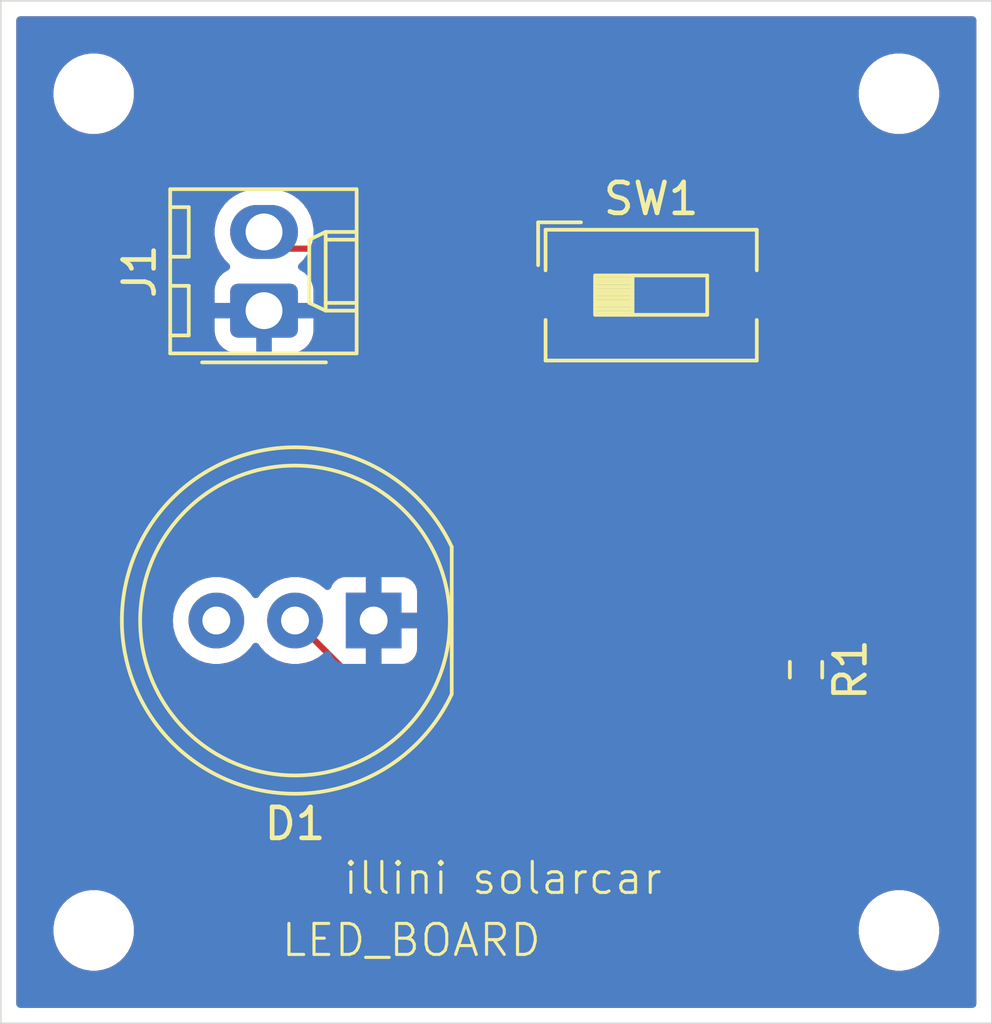
<source format=kicad_pcb>
(kicad_pcb (version 20240108) (generator "pcbnew") (generator_version "8.0")
  (layers (0 "F.Cu" signal) (31 "B.Cu" signal) (34 "B.Paste" user) (35 "F.Paste" user) (36 "B.SilkS" user "B.Silkscreen") (37 "F.SilkS" user "F.Silkscreen") (38 "B.Mask" user) (39 "F.Mask" user) (44 "Edge.Cuts" user))
  (net 0 "")
  (net 1 "GND")
  (net 2 "+3V3")
  (net 3 "Net-(D1-A)")
  (net 4 "Net-(R1-Pad1)")
  (footprint "Button_Switch_SMD:SW_DIP_SPSTx01_Slide_6.7x4.1mm_W8.61mm_P2.54mm_LowProfile" (layer "F.Cu") (at 173 86.5975)
    (property "Reference" "SW1" (at 0 -3.11 0) (layer "F.SilkS"))
    (property "Value" "SW_Push")
    (fp_line (start -3.65 -2.35) (end -3.65 -0.967) (stroke (width 0.12)) (layer "F.SilkS"))
    (fp_line (start -3.65 -2.35) (end -2.267 -2.35) (stroke (width 0.12)) (layer "F.SilkS"))
    (fp_line (start -3.41 -2.11) (end -3.41 -0.8) (stroke (width 0.12)) (layer "F.SilkS"))
    (fp_line (start -3.41 -2.11) (end 3.41 -2.11) (stroke (width 0.12)) (layer "F.SilkS"))
    (fp_line (start -3.41 0.8) (end -3.41 2.11) (stroke (width 0.12)) (layer "F.SilkS"))
    (fp_line (start -3.41 2.11) (end 3.41 2.11) (stroke (width 0.12)) (layer "F.SilkS"))
    (fp_line (start -1.81 -0.635) (end -1.81 0.635) (stroke (width 0.12)) (layer "F.SilkS"))
    (fp_line (start -1.81 -0.515) (end -0.603333 -0.515) (stroke (width 0.12)) (layer "F.SilkS"))
    (fp_line (start -1.81 -0.395) (end -0.603333 -0.395) (stroke (width 0.12)) (layer "F.SilkS"))
    (fp_line (start -1.81 -0.275) (end -0.603333 -0.275) (stroke (width 0.12)) (layer "F.SilkS"))
    (fp_line (start -1.81 -0.155) (end -0.603333 -0.155) (stroke (width 0.12)) (layer "F.SilkS"))
    (fp_line (start -1.81 -0.035) (end -0.603333 -0.035) (stroke (width 0.12)) (layer "F.SilkS"))
    (fp_line (start -1.81 0.085) (end -0.603333 0.085) (stroke (width 0.12)) (layer "F.SilkS"))
    (fp_line (start -1.81 0.205) (end -0.603333 0.205) (stroke (width 0.12)) (layer "F.SilkS"))
    (fp_line (start -1.81 0.325) (end -0.603333 0.325) (stroke (width 0.12)) (layer "F.SilkS"))
    (fp_line (start -1.81 0.445) (end -0.603333 0.445) (stroke (width 0.12)) (layer "F.SilkS"))
    (fp_line (start -1.81 0.565) (end -0.603333 0.565) (stroke (width 0.12)) (layer "F.SilkS"))
    (fp_line (start -1.81 0.635) (end 1.81 0.635) (stroke (width 0.12)) (layer "F.SilkS"))
    (fp_line (start -0.603333 -0.635) (end -0.603333 0.635) (stroke (width 0.12)) (layer "F.SilkS"))
    (fp_line (start 1.81 -0.635) (end -1.81 -0.635) (stroke (width 0.12)) (layer "F.SilkS"))
    (fp_line (start 1.81 0.635) (end 1.81 -0.635) (stroke (width 0.12)) (layer "F.SilkS"))
    (fp_line (start 3.41 -2.11) (end 3.41 -0.8) (stroke (width 0.12)) (layer "F.SilkS"))
    (fp_line (start 3.41 0.8) (end 3.41 2.11) (stroke (width 0.12)) (layer "F.SilkS"))
    (pad "1" smd rect (at -4.305 0) (size 2.44 1.12) (layers "F.Cu" "F.Paste" "F.Mask") (net 2 "+3V3"))
    (pad "2" smd rect (at 4.305 0) (size 2.44 1.12) (layers "F.Cu" "F.Paste" "F.Mask") (net 4 "Net-(R1-Pad1)"))
  )
  (footprint "MountingHole:MountingHole_2.1mm" (layer "F.Cu") (at 155 107.0975)
    (property "Reference" "REF**" (hide yes))
    (property "Value" "MountingHole_2.1mm" (hide yes))
    (pad "" np_thru_hole circle (at 0 0) (size 2.1 2.1) (drill 2.1) (layers "*.Cu" "*.Mask" "In1.Cu" "In2.Cu" "In3.Cu" "In4.Cu" "In5.Cu" "In6.Cu" "In7.Cu" "In8.Cu" "In9.Cu" "In10.Cu" "In11.Cu" "In12.Cu" "In13.Cu" "In14.Cu" "In15.Cu" "In16.Cu" "In17.Cu" "In18.Cu" "In19.Cu" "In20.Cu" "In21.Cu" "In22.Cu" "In23.Cu" "In24.Cu" "In25.Cu" "In26.Cu" "In27.Cu" "In28.Cu" "In29.Cu" "In30.Cu"))
  )
  (footprint "Resistor_SMD:R_0603_1608Metric_Pad0.98x0.95mm_HandSolder" (layer "F.Cu") (at 178 98.685 -90)
    (property "Reference" "R1" (at 0 -1.43 90) (layer "F.SilkS"))
    (property "Value" "105")
    (fp_line (start -0.254724 0.5225) (end 0.254724 0.5225) (stroke (width 0.12)) (layer "F.SilkS"))
    (fp_line (start -0.254724 -0.5225) (end 0.254724 -0.5225) (stroke (width 0.12)) (layer "F.SilkS"))
    (pad "1" smd roundrect (at -0.9125 0 270) (size 0.975 0.95) (layers "F.Cu" "F.Paste" "F.Mask") (net 4 "Net-(R1-Pad1)"))
    (pad "2" smd roundrect (at 0.9125 0 270) (size 0.975 0.95) (layers "F.Cu" "F.Paste" "F.Mask") (net 3 "Net-(D1-A)"))
  )
  (footprint "MountingHole:MountingHole_2.1mm" (layer "F.Cu") (at 181 107.0975)
    (property "Reference" "REF**" (hide yes))
    (property "Value" "MountingHole_2.1mm" (hide yes))
    (pad "" np_thru_hole circle (at 0 0) (size 2.1 2.1) (drill 2.1) (layers "*.Cu" "*.Mask" "In1.Cu" "In2.Cu" "In3.Cu" "In4.Cu" "In5.Cu" "In6.Cu" "In7.Cu" "In8.Cu" "In9.Cu" "In10.Cu" "In11.Cu" "In12.Cu" "In13.Cu" "In14.Cu" "In15.Cu" "In16.Cu" "In17.Cu" "In18.Cu" "In19.Cu" "In20.Cu" "In21.Cu" "In22.Cu" "In23.Cu" "In24.Cu" "In25.Cu" "In26.Cu" "In27.Cu" "In28.Cu" "In29.Cu" "In30.Cu"))
  )
  (footprint "MountingHole:MountingHole_2.1mm" (layer "F.Cu") (at 181 80.0975)
    (property "Reference" "REF**" (hide yes))
    (property "Value" "MountingHole_2.1mm" (hide yes))
    (pad "" np_thru_hole circle (at 0 0) (size 2.1 2.1) (drill 2.1) (layers "*.Cu" "*.Mask" "In1.Cu" "In2.Cu" "In3.Cu" "In4.Cu" "In5.Cu" "In6.Cu" "In7.Cu" "In8.Cu" "In9.Cu" "In10.Cu" "In11.Cu" "In12.Cu" "In13.Cu" "In14.Cu" "In15.Cu" "In16.Cu" "In17.Cu" "In18.Cu" "In19.Cu" "In20.Cu" "In21.Cu" "In22.Cu" "In23.Cu" "In24.Cu" "In25.Cu" "In26.Cu" "In27.Cu" "In28.Cu" "In29.Cu" "In30.Cu"))
  )
  (footprint "Connector_Molex:Molex_KK-254_AE-6410-02A_1x02_P2.54mm_Vertical" (layer "F.Cu") (at 160.5 87.0975 90)
    (property "Reference" "J1" (at 1.27 -4.02 90) (layer "F.SilkS"))
    (property "Value" "Conn_01x02")
    (fp_line (start 3.92 -3.03) (end -1.38 -3.03) (stroke (width 0.12)) (layer "F.SilkS"))
    (fp_line (start 1.74 -3.03) (end 1.74 -2.43) (stroke (width 0.12)) (layer "F.SilkS"))
    (fp_line (start -0.8 -3.03) (end -0.8 -2.43) (stroke (width 0.12)) (layer "F.SilkS"))
    (fp_line (start -1.38 -3.03) (end -1.38 2.99) (stroke (width 0.12)) (layer "F.SilkS"))
    (fp_line (start 3.34 -2.43) (end 3.34 -3.03) (stroke (width 0.12)) (layer "F.SilkS"))
    (fp_line (start 1.74 -2.43) (end 3.34 -2.43) (stroke (width 0.12)) (layer "F.SilkS"))
    (fp_line (start 0.8 -2.43) (end 0.8 -3.03) (stroke (width 0.12)) (layer "F.SilkS"))
    (fp_line (start -0.8 -2.43) (end 0.8 -2.43) (stroke (width 0.12)) (layer "F.SilkS"))
    (fp_line (start -1.67 -2) (end -1.67 2) (stroke (width 0.12)) (layer "F.SilkS"))
    (fp_line (start 2.29 1.46) (end 2.54 1.99) (stroke (width 0.12)) (layer "F.SilkS"))
    (fp_line (start 0.25 1.46) (end 2.29 1.46) (stroke (width 0.12)) (layer "F.SilkS"))
    (fp_line (start 2.54 1.99) (end 2.54 2.99) (stroke (width 0.12)) (layer "F.SilkS"))
    (fp_line (start 0 1.99) (end 0.25 1.46) (stroke (width 0.12)) (layer "F.SilkS"))
    (fp_line (start 0 1.99) (end 2.54 1.99) (stroke (width 0.12)) (layer "F.SilkS"))
    (fp_line (start 3.92 2.99) (end 3.92 -3.03) (stroke (width 0.12)) (layer "F.SilkS"))
    (fp_line (start 2.29 2.99) (end 2.29 1.99) (stroke (width 0.12)) (layer "F.SilkS"))
    (fp_line (start 0.25 2.99) (end 0.25 1.99) (stroke (width 0.12)) (layer "F.SilkS"))
    (fp_line (start 0 2.99) (end 0 1.99) (stroke (width 0.12)) (layer "F.SilkS"))
    (fp_line (start -1.38 2.99) (end 3.92 2.99) (stroke (width 0.12)) (layer "F.SilkS"))
    (pad "1" thru_hole roundrect (at 0 0 90) (size 1.74 2.19) (drill 1.19) (layers "*.Cu" "*.Mask" "In1.Cu" "In2.Cu" "In3.Cu" "In4.Cu" "In5.Cu" "In6.Cu" "In7.Cu" "In8.Cu" "In9.Cu" "In10.Cu" "In11.Cu" "In12.Cu" "In13.Cu" "In14.Cu" "In15.Cu" "In16.Cu" "In17.Cu" "In18.Cu" "In19.Cu" "In20.Cu" "In21.Cu" "In22.Cu" "In23.Cu" "In24.Cu" "In25.Cu" "In26.Cu" "In27.Cu" "In28.Cu" "In29.Cu" "In30.Cu") (roundrect_rratio 0.143678) (net 1 "GND"))
    (pad "2" thru_hole oval (at 2.54 0 90) (size 1.74 2.19) (drill 1.19) (layers "*.Cu" "*.Mask" "In1.Cu" "In2.Cu" "In3.Cu" "In4.Cu" "In5.Cu" "In6.Cu" "In7.Cu" "In8.Cu" "In9.Cu" "In10.Cu" "In11.Cu" "In12.Cu" "In13.Cu" "In14.Cu" "In15.Cu" "In16.Cu" "In17.Cu" "In18.Cu" "In19.Cu" "In20.Cu" "In21.Cu" "In22.Cu" "In23.Cu" "In24.Cu" "In25.Cu" "In26.Cu" "In27.Cu" "In28.Cu" "In29.Cu" "In30.Cu") (net 2 "+3V3"))
  )
  (footprint "LED_THT:LED_D10.0mm-3" (layer "F.Cu") (at 164.04 97.0975 180)
    (property "Reference" "D1" (at 2.54 -6.56 360) (layer "F.SilkS"))
    (property "Value" "LED")
    (fp_line (start -2.52 -2.376) (end -2.52 2.376) (stroke (width 0.12)) (layer "F.SilkS"))
    (fp_arc (start 8.13 0.000072) (mid 3.757072 5.455899) (end -2.52 2.375816) (stroke (width 0.12)) (layer "F.SilkS"))
    (fp_arc (start -2.52 -2.375816) (mid 3.757072 -5.455899) (end 8.13 -0.000072) (stroke (width 0.12)) (layer "F.SilkS"))
    (fp_circle (center 2.54 0) (end 7.54 0) (stroke (width 0.12)) (fill none) (layer "F.SilkS"))
    (pad "1" thru_hole rect (at 0 0 180) (size 1.8 1.8) (drill 0.9) (layers "*.Cu" "*.Mask" "In1.Cu" "In2.Cu" "In3.Cu" "In4.Cu" "In5.Cu" "In6.Cu" "In7.Cu" "In8.Cu" "In9.Cu" "In10.Cu" "In11.Cu" "In12.Cu" "In13.Cu" "In14.Cu" "In15.Cu" "In16.Cu" "In17.Cu" "In18.Cu" "In19.Cu" "In20.Cu" "In21.Cu" "In22.Cu" "In23.Cu" "In24.Cu" "In25.Cu" "In26.Cu" "In27.Cu" "In28.Cu" "In29.Cu" "In30.Cu") (net 1 "GND"))
    (pad "2" thru_hole circle (at 2.54 0 180) (size 1.8 1.8) (drill 0.9) (layers "*.Cu" "*.Mask" "In1.Cu" "In2.Cu" "In3.Cu" "In4.Cu" "In5.Cu" "In6.Cu" "In7.Cu" "In8.Cu" "In9.Cu" "In10.Cu" "In11.Cu" "In12.Cu" "In13.Cu" "In14.Cu" "In15.Cu" "In16.Cu" "In17.Cu" "In18.Cu" "In19.Cu" "In20.Cu" "In21.Cu" "In22.Cu" "In23.Cu" "In24.Cu" "In25.Cu" "In26.Cu" "In27.Cu" "In28.Cu" "In29.Cu" "In30.Cu") (net 3 "Net-(D1-A)"))
    (pad "3" thru_hole circle (at 5.08 0 180) (size 1.8 1.8) (drill 0.9) (layers "*.Cu" "*.Mask" "In1.Cu" "In2.Cu" "In3.Cu" "In4.Cu" "In5.Cu" "In6.Cu" "In7.Cu" "In8.Cu" "In9.Cu" "In10.Cu" "In11.Cu" "In12.Cu" "In13.Cu" "In14.Cu" "In15.Cu" "In16.Cu" "In17.Cu" "In18.Cu" "In19.Cu" "In20.Cu" "In21.Cu" "In22.Cu" "In23.Cu" "In24.Cu" "In25.Cu" "In26.Cu" "In27.Cu" "In28.Cu" "In29.Cu" "In30.Cu"))
  )
  (footprint "MountingHole:MountingHole_2.1mm" (layer "F.Cu") (at 155 80.0975)
    (property "Reference" "REF**" (hide yes))
    (property "Value" "MountingHole_2.1mm" (hide yes))
    (pad "" np_thru_hole circle (at 0 0) (size 2.1 2.1) (drill 2.1) (layers "*.Cu" "*.Mask" "In1.Cu" "In2.Cu" "In3.Cu" "In4.Cu" "In5.Cu" "In6.Cu" "In7.Cu" "In8.Cu" "In9.Cu" "In10.Cu" "In11.Cu" "In12.Cu" "In13.Cu" "In14.Cu" "In15.Cu" "In16.Cu" "In17.Cu" "In18.Cu" "In19.Cu" "In20.Cu" "In21.Cu" "In22.Cu" "In23.Cu" "In24.Cu" "In25.Cu" "In26.Cu" "In27.Cu" "In28.Cu" "In29.Cu" "In30.Cu"))
  )
  (gr_rect (start 152 77.0975) (end 184 110.0975) (stroke (width 0.05)) (fill none) (layer "Edge.Cuts"))
  (gr_text "LED_BOARD\n" (at 161 108 0) (layer "F.SilkS") (effects (font (size 1 1) (thickness 0.1)) (justify left bottom)))
  (gr_text "illini solarcar\n" (at 163 106 0) (layer "F.SilkS") (effects (font (size 1 1) (thickness 0.1)) (justify left bottom)))
  (segment (start 164.04 94.1375) (end 164.04 97.0975) (width 0.2) (layer "F.Cu") (net 1))
  (segment (start 164 94.0975) (end 164.04 94.1375) (width 0.2) (layer "F.Cu") (net 1))
  (segment (start 160.5 87.0975) (end 160.5 89.5975) (width 0.2) (layer "F.Cu") (net 1))
  (segment (start 160.5 89.5975) (end 164 93.0975) (width 0.2) (layer "F.Cu") (net 1))
  (segment (start 164 93.0975) (end 164 94.0975) (width 0.2) (layer "F.Cu") (net 1))
  (segment (start 161.04 85.0975) (end 160.5 84.5575) (width 0.2) (layer "F.Cu") (net 2))
  (segment (start 165 85.0975) (end 161.04 85.0975) (width 0.2) (layer "F.Cu") (net 2))
  (segment (start 168.695 86.5975) (end 166.5 86.5975) (width 0.2) (layer "F.Cu") (net 2))
  (segment (start 166.5 86.5975) (end 165 85.0975) (width 0.2) (layer "F.Cu") (net 2))
  (segment (start 164 99.5975) (end 161.5 97.0975) (width 0.2) (layer "F.Cu") (net 3))
  (segment (start 178 99.5975) (end 164 99.5975) (width 0.2) (layer "F.Cu") (net 3))
  (segment (start 178 97.7725) (end 177.675 97.7725) (width 0.2) (layer "F.Cu") (net 4))
  (segment (start 174 94.0975) (end 174 89.9025) (width 0.2) (layer "F.Cu") (net 4))
  (segment (start 174 89.9025) (end 177.305 86.5975) (width 0.2) (layer "F.Cu") (net 4))
  (segment (start 177.675 97.7725) (end 174 94.0975) (width 0.2) (layer "F.Cu") (net 4))
  (zone (net 1) (net_name "GND") (layers "F.Cu" "B.Cu") (connect_pads (clearance 0.5)) (min_thickness 0.25) (fill yes (thermal_gap 0.5) (thermal_bridge_width 0.5) (island_removal_mode 1) (island_area_min 10))
    (polygon (pts (xy 152 77.0975) (xy 152 110.0975) (xy 184 110.0975) (xy 184 77.0975)))
  )
)
</source>
